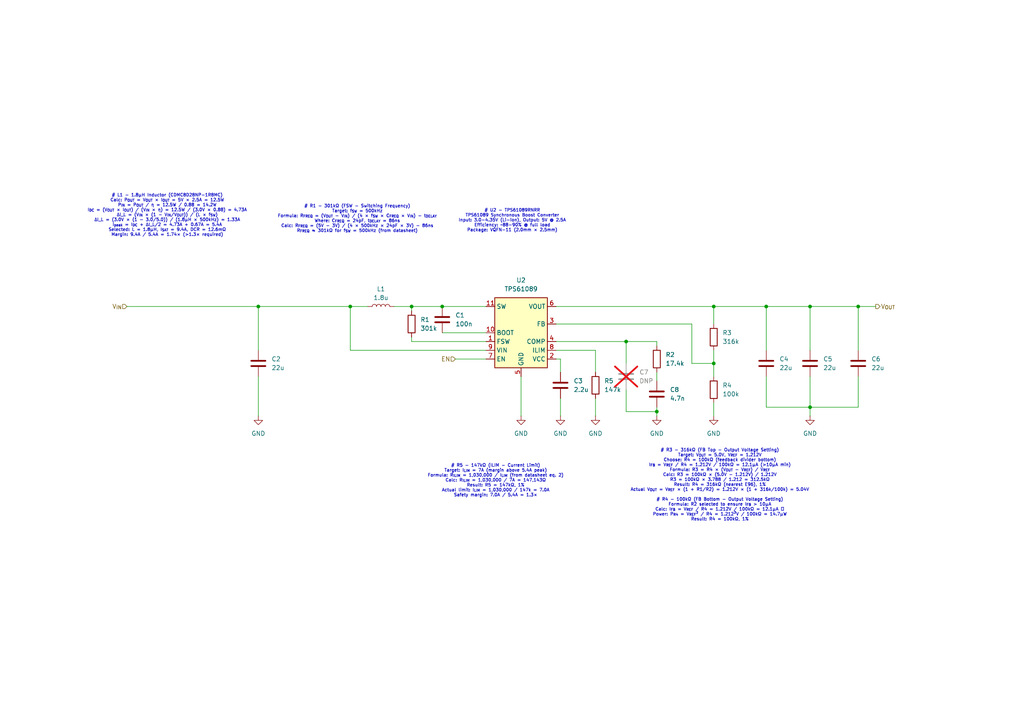
<source format=kicad_sch>
(kicad_sch (version 20250114) (generator "eeschema") (generator_version "9.0")
  (paper "A4")
  (lib_symbols
    (symbol "Device:C" (pin_numbers (hide yes)) (pin_names (offset 0.254))
      (property "Reference" "C" (at 0.635 2.54 0))
      (property "Value" "C" (at 0.635 -2.54 0))
      (symbol "C_0_1"
        (polyline (pts (xy -2.032 0.762) (xy 2.032 0.762)) (stroke (width 0.508)))
        (polyline (pts (xy -2.032 -0.762) (xy 2.032 -0.762)) (stroke (width 0.508)))
      )
      (symbol "C_1_1"
        (pin passive line (at 0 3.81 270) (length 2.794) (name "~") (number "1"))
        (pin passive line (at 0 -3.81 90) (length 2.794) (name "~") (number "2"))
      )
    )
    (symbol "Device:L" (pin_numbers (hide yes)) (pin_names (offset 1.016) (hide yes))
      (property "Reference" "L" (at -1.27 0 90))
      (property "Value" "L" (at 1.905 0 90))
      (symbol "L_0_1"
        (arc (start 0 2.54) (mid 0.6323 1.905) (end 0 1.27))
        (arc (start 0 1.27) (mid 0.6323 0.635) (end 0 0))
        (arc (start 0 0) (mid 0.6323 -0.635) (end 0 -1.27))
        (arc (start 0 -1.27) (mid 0.6323 -1.905) (end 0 -2.54))
      )
      (symbol "L_1_1"
        (pin passive line (at 0 3.81 270) (length 1.27) (name "1") (number "1"))
        (pin passive line (at 0 -3.81 90) (length 1.27) (name "2") (number "2"))
      )
    )
    (symbol "Device:R" (pin_numbers (hide yes)) (pin_names (offset 0))
      (property "Reference" "R" (at 2.032 0 90))
      (property "Value" "R" (at 0 0 90))
      (symbol "R_0_1"
        (rectangle (start -1.016 -2.54) (end 1.016 2.54) (stroke (width 0.254)))
      )
      (symbol "R_1_1"
        (pin passive line (at 0 3.81 270) (length 1.27) (name "~") (number "1"))
        (pin passive line (at 0 -3.81 90) (length 1.27) (name "~") (number "2"))
      )
    )
    (symbol "Regulator_Switching:TPS61089"
      (property "Reference" "U" (at -6.35 11.43 0))
      (property "Value" "TPS61089" (at 6.35 11.43 0))
      (symbol "TPS61089_0_1"
        (rectangle (start -7.62 10.16) (end 7.62 -10.16) (stroke (width 0.254)) (fill (type background)))
      )
      (symbol "TPS61089_1_1"
        (pin input line (at -10.16 7.62 0) (length 2.54) (name "SW") (number "11"))
        (pin passive line (at -10.16 0 0) (length 2.54) (name "BOOT") (number "10"))
        (pin passive line (at -10.16 -2.54 0) (length 2.54) (name "FSW") (number "1"))
        (pin power_in line (at -10.16 -5.08 0) (length 2.54) (name "VIN") (number "9"))
        (pin input line (at -10.16 -7.62 0) (length 2.54) (name "EN") (number "7"))
        (pin power_in line (at 0 -12.7 90) (length 2.54) (name "GND") (number "5"))
        (pin power_out line (at 10.16 7.62 180) (length 2.54) (name "VOUT") (number "6"))
        (pin input line (at 10.16 2.54 180) (length 2.54) (name "FB") (number "3"))
        (pin passive line (at 10.16 -2.54 180) (length 2.54) (name "COMP") (number "4"))
        (pin passive line (at 10.16 -5.08 180) (length 2.54) (name "ILIM") (number "8"))
        (pin passive line (at 10.16 -7.62 180) (length 2.54) (name "VCC") (number "2"))
      )
    )
    (symbol "power:GND" (power) (pin_numbers (hide yes)) (pin_names (offset 0) (hide yes))
      (property "Value" "GND" (at 0 -3.81 0))
      (symbol "GND_0_1"
        (polyline (pts (xy 0 0) (xy 0 -1.27) (xy 1.27 -1.27) (xy 0 -2.54) (xy -1.27 -1.27) (xy 0 -1.27)))
      )
      (symbol "GND_1_1"
        (pin power_in line (at 0 0 270) (length 0) (name "~") (number "1"))
      )
    )
  )
  (text "# U2 - TPS61089RNRR\nTPS61089 Synchronous Boost Converter\nInput: 3.0-4.35V (Li-ion), Output: 5V @ 2.5A\nEfficiency: ~88-90% @ full load\nPackage: VQFN-11 (2.0mm × 2.5mm)" (at 148.59 64.008 0) (effects (font (size 0.889 0.889))))
  (text "# R5 - 147kΩ (ILIM - Current Limit)\nTarget: I_{LIM} = 7A (margin above 5.4A peak)\nFormula: R_{ILIM} = 1,030,000 / I_{LIM} (from datasheet eq. 2)\nCalc: R_{ILIM} = 1,030,000 / 7A = 147,143Ω\nResult: R5 = 147kΩ, 1%\nActual limit: I_{LIM} = 1,030,000 / 147k = 7.0A\nSafety margin: 7.0A / 5.4A = 1.3×" (at 143.764 139.446 0) (effects (font (size 0.889 0.889))))
  (text "# R1 - 301kΩ (FSW - Switching Frequency)\nTarget: f_{SW} = 500kHz\nFormula: R_{FREQ} = (V_{OUT} - V_{IN}) / (4 × f_{SW} × C_{FREQ} × V_{IN}) - t_{DELAY}\nWhere: C_{FREQ} = 24pF, t_{DELAY} = 86ns\nCalc: R_{FREQ} = (5V - 3V) / (4 × 500kHz × 24pF × 3V) - 86ns\nR_{FREQ} ≈ 301kΩ for f_{SW} = 500kHz (from datasheet)" (at 103.632 63.5 0) (effects (font (size 0.889 0.889))))
  (text "# R3 - 316kΩ (FB Top - Output Voltage Setting)\nTarget: V_{OUT} = 5.0V, V_{REF} = 1.212V\nChoose: R4 = 100kΩ (feedback divider bottom)\nI_{FB} = V_{REF} / R4 = 1.212V / 100kΩ = 12.1µA (>10µA min)\nFormula: R3 = R4 × (V_{OUT} - V_{REF}) / V_{REF}\nCalc: R3 = 100kΩ × (5.0V - 1.212V) / 1.212V\nR3 = 100kΩ × 3.788 / 1.212 = 312.5kΩ\nResult: R4 = 316kΩ (nearest E96), 1%\nActual V_{OUT} = V_{REF} × (1 + R1/R2) = 1.212V × (1 + 316k/100k) = 5.04V\n\n# R4 - 100kΩ (FB Bottom - Output Voltage Setting)\nFormula: R2 selected to ensure I_{FB} > 10µA\nCalc: I_{FB} = V_{REF} / R4 = 1.212V / 100kΩ = 12.1µA ✓\nPower: P_{R4} = V_{REF}² / R4 = 1.212²V / 100kΩ = 14.7µW\nResult: R4 = 100kΩ, 1%" (at 208.788 140.716 0) (effects (font (size 0.889 0.889))))
  (text "# L1 - 1.8µH Inductor (CDMC8D28NP-1R8MC)\nCalc: P_{OUT} = V_{OUT} × I_{OUT} = 5V × 2.5A = 12.5W\nP_{IN} = P_{OUT} / η = 12.5W / 0.88 = 14.2W\nI_{DC} = (V_{OUT} × I_{OUT}) / (V_{IN} × η) = 12.5W / (3.0V × 0.88) = 4.73A\nΔI_L = (V_{IN} × (1 - V_{IN}/V_{OUT})) / (L × f_{SW})\nΔI_L = (3.0V × (1 - 3.0/5.0)) / (1.8µH × 500kHz) = 1.33A\nI_{peak} = I_{DC} + ΔI_L/2 = 4.73A + 0.67A = 5.4A\nSelected: L = 1.8µH, I_{SAT} = 9.4A, DCR = 12.6mΩ\nMargin: 9.4A / 5.4A = 1.74× (>1.3× required)" (at 48.514 62.484 0) (effects (font (size 0.889 0.889))))
  (junction (at 222.25 88.9))
  (junction (at 207.01 105.41))
  (junction (at 248.92 88.9))
  (junction (at 234.95 88.9))
  (junction (at 207.01 88.9))
  (junction (at 74.93 88.9))
  (junction (at 101.6 88.9))
  (junction (at 119.38 88.9))
  (junction (at 181.61 99.06))
  (junction (at 234.95 118.11))
  (junction (at 190.5 119.38))
  (junction (at 128.27 88.9))
  (wire (pts (xy 161.29 88.9) (xy 207.01 88.9)))
  (wire (pts (xy 234.95 88.9) (xy 248.92 88.9)))
  (wire (pts (xy 207.01 101.6) (xy 207.01 105.41)))
  (wire (pts (xy 161.29 101.6) (xy 172.72 101.6)))
  (wire (pts (xy 162.56 104.14) (xy 162.56 107.95)))
  (wire (pts (xy 161.29 93.98) (xy 200.66 93.98)))
  (wire (pts (xy 74.93 88.9) (xy 101.6 88.9)))
  (wire (pts (xy 36.83 88.9) (xy 74.93 88.9)))
  (wire (pts (xy 74.93 88.9) (xy 74.93 101.6)))
  (wire (pts (xy 132.08 104.14) (xy 140.97 104.14)))
  (wire (pts (xy 181.61 99.06) (xy 181.61 105.41)))
  (wire (pts (xy 248.92 88.9) (xy 248.92 101.6)))
  (wire (pts (xy 222.25 88.9) (xy 222.25 101.6)))
  (wire (pts (xy 207.01 105.41) (xy 207.01 109.22)))
  (wire (pts (xy 248.92 118.11) (xy 234.95 118.11)))
  (wire (pts (xy 234.95 88.9) (xy 234.95 101.6)))
  (wire (pts (xy 172.72 101.6) (xy 172.72 107.95)))
  (wire (pts (xy 190.5 118.11) (xy 190.5 119.38)))
  (wire (pts (xy 119.38 88.9) (xy 128.27 88.9)))
  (wire (pts (xy 128.27 96.52) (xy 140.97 96.52)))
  (wire (pts (xy 101.6 88.9) (xy 106.68 88.9)))
  (wire (pts (xy 200.66 105.41) (xy 207.01 105.41)))
  (wire (pts (xy 119.38 90.17) (xy 119.38 88.9)))
  (wire (pts (xy 207.01 88.9) (xy 207.01 93.98)))
  (wire (pts (xy 181.61 99.06) (xy 190.5 99.06)))
  (wire (pts (xy 234.95 118.11) (xy 234.95 120.65)))
  (wire (pts (xy 74.93 109.22) (xy 74.93 120.65)))
  (wire (pts (xy 181.61 113.03) (xy 181.61 119.38)))
  (wire (pts (xy 161.29 99.06) (xy 181.61 99.06)))
  (wire (pts (xy 190.5 99.06) (xy 190.5 100.33)))
  (wire (pts (xy 161.29 104.14) (xy 162.56 104.14)))
  (wire (pts (xy 222.25 109.22) (xy 222.25 118.11)))
  (wire (pts (xy 172.72 115.57) (xy 172.72 120.65)))
  (wire (pts (xy 151.13 109.22) (xy 151.13 120.65)))
  (wire (pts (xy 119.38 99.06) (xy 140.97 99.06)))
  (wire (pts (xy 190.5 107.95) (xy 190.5 110.49)))
  (wire (pts (xy 207.01 116.84) (xy 207.01 120.65)))
  (wire (pts (xy 140.97 101.6) (xy 101.6 101.6)))
  (wire (pts (xy 222.25 118.11) (xy 234.95 118.11)))
  (wire (pts (xy 162.56 115.57) (xy 162.56 120.65)))
  (wire (pts (xy 128.27 88.9) (xy 140.97 88.9)))
  (wire (pts (xy 200.66 93.98) (xy 200.66 105.41)))
  (wire (pts (xy 181.61 119.38) (xy 190.5 119.38)))
  (wire (pts (xy 234.95 109.22) (xy 234.95 118.11)))
  (wire (pts (xy 114.3 88.9) (xy 119.38 88.9)))
  (wire (pts (xy 119.38 97.79) (xy 119.38 99.06)))
  (wire (pts (xy 101.6 101.6) (xy 101.6 88.9)))
  (wire (pts (xy 248.92 109.22) (xy 248.92 118.11)))
  (wire (pts (xy 207.01 88.9) (xy 222.25 88.9)))
  (wire (pts (xy 222.25 88.9) (xy 234.95 88.9)))
  (wire (pts (xy 248.92 88.9) (xy 254 88.9)))
  (wire (pts (xy 190.5 119.38) (xy 190.5 120.65)))
  (hierarchical_label "V_{OUT}" (shape output) (at 254 88.9 0))
  (hierarchical_label "EN" (shape input) (at 132.08 104.14 180))
  (hierarchical_label "V_{IN}" (shape input) (at 36.83 88.9 180))
  (symbol (lib_id "power:GND") (at 207.01 120.65 0) (unit 1)
    (property "Reference" "#PWR09" (effects (hide yes)))
    (property "Value" "GND" (at 207.01 125.73 0))
    (property "Description" "Power symbol creates a global label with name \"GND\" , ground" (effects (hide yes)))
  )
  (symbol (lib_id "Device:R") (at 207.01 97.79 0) (unit 1)
    (property "Reference" "R3" (at 209.55 96.5199 0) (effects (justify left)))
    (property "Value" "316k" (at 209.55 99.0599 0) (effects (justify left)))
    (property "Description" "Resistor" (effects (hide yes)))
  )
  (symbol (lib_id "Device:R") (at 207.01 113.03 0) (unit 1)
    (property "Reference" "R4" (at 209.55 111.7599 0) (effects (justify left)))
    (property "Value" "100k" (at 209.55 114.2999 0) (effects (justify left)))
    (property "Description" "Resistor" (effects (hide yes)))
  )
  (symbol (lib_id "Device:C") (at 248.92 105.41 0) (unit 1)
    (property "Reference" "C6" (at 252.73 104.1399 0) (effects (justify left)))
    (property "Value" "22u" (at 252.73 106.6799 0) (effects (justify left)))
    (property "Description" "Unpolarized capacitor" (effects (hide yes)))
  )
  (symbol (lib_id "power:GND") (at 74.93 120.65 0) (unit 1)
    (property "Reference" "#PWR07" (effects (hide yes)))
    (property "Value" "GND" (at 74.93 125.73 0))
    (property "Description" "Power symbol creates a global label with name \"GND\" , ground" (effects (hide yes)))
  )
  (symbol (lib_id "Device:C") (at 74.93 105.41 0) (unit 1)
    (property "Reference" "C2" (at 78.74 104.1399 0) (effects (justify left)))
    (property "Value" "22u" (at 78.74 106.6799 0) (effects (justify left)))
    (property "Description" "Unpolarized capacitor" (effects (hide yes)))
  )
  (symbol (lib_id "Device:C") (at 234.95 105.41 0) (unit 1)
    (property "Reference" "C5" (at 238.76 104.1399 0) (effects (justify left)))
    (property "Value" "22u" (at 238.76 106.6799 0) (effects (justify left)))
    (property "Description" "Unpolarized capacitor" (effects (hide yes)))
  )
  (symbol (lib_id "power:GND") (at 172.72 120.65 0) (unit 1)
    (property "Reference" "#PWR011" (effects (hide yes)))
    (property "Value" "GND" (at 172.72 125.73 0))
    (property "Description" "Power symbol creates a global label with name \"GND\" , ground" (effects (hide yes)))
  )
  (symbol (lib_id "Device:R") (at 172.72 111.76 0) (unit 1)
    (property "Reference" "R5" (at 175.26 110.4899 0) (effects (justify left)))
    (property "Value" "147k" (at 175.26 113.0299 0) (effects (justify left)))
    (property "Description" "Resistor" (effects (hide yes)))
  )
  (symbol (lib_id "Device:R") (at 190.5 104.14 0) (unit 1)
    (property "Reference" "R2" (at 193.04 102.8699 0) (effects (justify left)))
    (property "Value" "17.4k" (at 193.04 105.4099 0) (effects (justify left)))
    (property "Description" "Resistor" (effects (hide yes)))
  )
  (symbol (lib_id "Device:C") (at 162.56 111.76 0) (unit 1)
    (property "Reference" "C3" (at 166.37 110.4899 0) (effects (justify left)))
    (property "Value" "2.2u" (at 166.37 113.0299 0) (effects (justify left)))
    (property "Description" "Unpolarized capacitor" (effects (hide yes)))
  )
  (symbol (lib_id "Device:R") (at 119.38 93.98 0) (unit 1)
    (property "Reference" "R1" (at 121.92 92.7099 0) (effects (justify left)))
    (property "Value" "301k" (at 121.92 95.2499 0) (effects (justify left)))
    (property "Description" "Resistor" (effects (hide yes)))
  )
  (symbol (lib_id "Device:C") (at 181.61 109.22 0) (unit 1) (dnp yes)
    (property "Reference" "C7" (at 185.42 107.9499 0) (effects (justify left)))
    (property "Value" "DNP" (at 185.42 110.4899 0) (effects (justify left)))
    (property "Description" "Unpolarized capacitor" (effects (hide yes)))
  )
  (symbol (lib_id "power:GND") (at 190.5 120.65 0) (unit 1)
    (property "Reference" "#PWR010" (effects (hide yes)))
    (property "Value" "GND" (at 190.5 125.73 0))
    (property "Description" "Power symbol creates a global label with name \"GND\" , ground" (effects (hide yes)))
  )
  (symbol (lib_id "power:GND") (at 151.13 120.65 0) (unit 1)
    (property "Reference" "#PWR06" (effects (hide yes)))
    (property "Value" "GND" (at 151.13 125.73 0))
    (property "Description" "Power symbol creates a global label with name \"GND\" , ground" (effects (hide yes)))
  )
  (symbol (lib_id "Regulator_Switching:TPS61089") (at 151.13 96.52 0) (unit 1)
    (property "Reference" "U2" (at 151.13 81.28 0))
    (property "Value" "TPS61089" (at 151.13 83.82 0))
    (property "Footprint" "Package_DFN_QFN:Texas_VQFN-RNR0011A-11" (effects (hide yes)))
    (property "Datasheet" "http://www.ti.com/lit/ds/symlink/tps61089.pdf" (effects (hide yes)))
    (property "Description" "7A Boost Converters, Adjustable output voltage (PFM), input 2.7 to 12V , output 4.5 to 12.6V, VQFN-11" (effects (hide yes)))
  )
  (symbol (lib_id "power:GND") (at 162.56 120.65 0) (unit 1)
    (property "Reference" "#PWR012" (effects (hide yes)))
    (property "Value" "GND" (at 162.56 125.73 0))
    (property "Description" "Power symbol creates a global label with name \"GND\" , ground" (effects (hide yes)))
  )
  (symbol (lib_id "Device:C") (at 190.5 114.3 0) (unit 1)
    (property "Reference" "C8" (at 194.31 113.0299 0) (effects (justify left)))
    (property "Value" "4.7n" (at 194.31 115.5699 0) (effects (justify left)))
    (property "Description" "Unpolarized capacitor" (effects (hide yes)))
  )
  (symbol (lib_id "Device:C") (at 222.25 105.41 0) (unit 1)
    (property "Reference" "C4" (at 226.06 104.1399 0) (effects (justify left)))
    (property "Value" "22u" (at 226.06 106.6799 0) (effects (justify left)))
    (property "Description" "Unpolarized capacitor" (effects (hide yes)))
  )
  (symbol (lib_id "Device:C") (at 128.27 92.71 0) (unit 1)
    (property "Reference" "C1" (at 132.08 91.4399 0) (effects (justify left)))
    (property "Value" "100n" (at 132.08 93.9799 0) (effects (justify left)))
    (property "Description" "Unpolarized capacitor" (effects (hide yes)))
  )
  (symbol (lib_id "power:GND") (at 234.95 120.65 0) (unit 1)
    (property "Reference" "#PWR08" (effects (hide yes)))
    (property "Value" "GND" (at 234.95 125.73 0))
    (property "Description" "Power symbol creates a global label with name \"GND\" , ground" (effects (hide yes)))
  )
  (symbol (lib_id "Device:L") (at 110.49 88.9 90) (unit 1)
    (property "Reference" "L1" (at 110.49 83.82 90))
    (property "Value" "1.8u" (at 110.49 86.36 90))
    (property "Description" "Inductor" (effects (hide yes)))
  )
)
</source>
